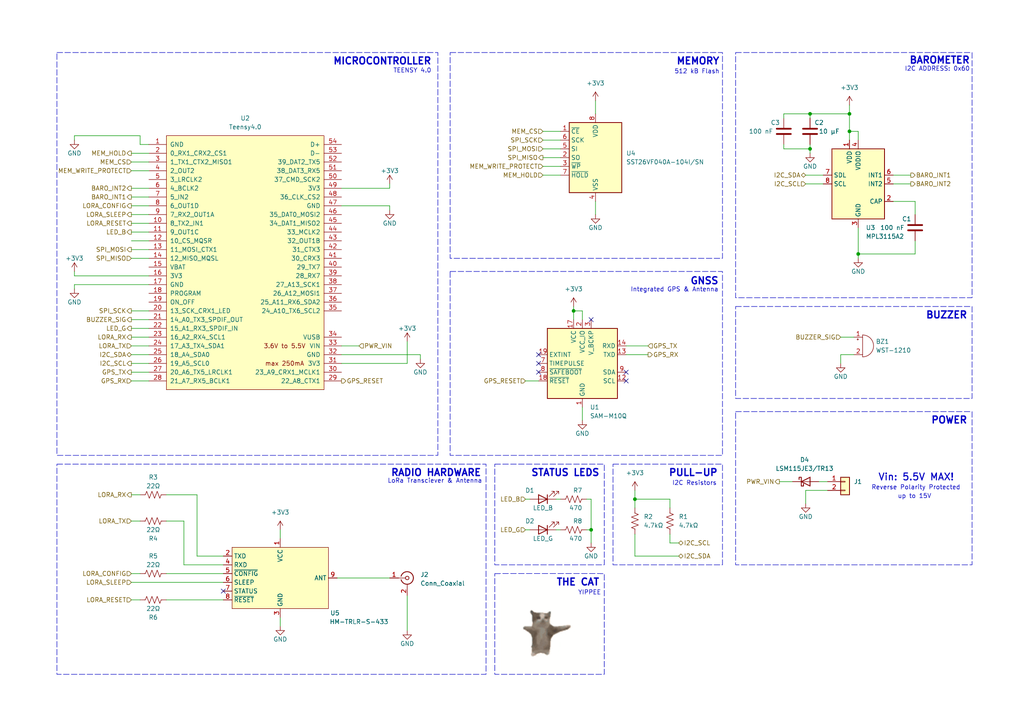
<source format=kicad_sch>
(kicad_sch (version 20231120) (generator "eeschema") (generator_version "8.0")
  (paper "A4")
  (title_block (title "YIPPEE Rocketry Flight Tracker") (rev "1.0A") (company "Michael Karpov & Thomas McManamen") (comment 1 "YIPPEE - Your Integrated Positioning and Precision Elevation Engine"))
  (lib_symbols
    (symbol "Connector:Conn_Coaxial" (pin_names (offset 1.016) hide)
      (property "Reference" "J" (at 0.254 3.048 0))
      (property "Value" "Conn_Coaxial" (at 2.921 0 90))
      (symbol "Conn_Coaxial_0_1"
        (arc (start -1.778 -0.508) (mid 0.2311 -1.8066) (end 1.778 0) (stroke (width 0.254)))
        (polyline (pts (xy -2.54 0) (xy -0.508 0)))
        (polyline (pts (xy 0 -2.54) (xy 0 -1.778)))
        (circle (center 0 0) (radius 0.508) (stroke (width 0.2032)))
        (arc (start 1.778 0) (mid 0.2099 1.8101) (end -1.778 0.508) (stroke (width 0.254)))
      )
      (symbol "Conn_Coaxial_1_1"
        (pin passive line (at -5.08 0 0) (length 2.54) (name "In") (number "1"))
        (pin passive line (at 0 -5.08 90) (length 2.54) (name "Ext") (number "2"))
      )
    )
    (symbol "Connector_Generic:Conn_01x02" (pin_names (offset 1.016) hide)
      (property "Reference" "J" (at 0 2.54 0))
      (property "Value" "Conn_01x02" (at 0 -5.08 0))
      (symbol "Conn_01x02_1_1"
        (rectangle (start -1.27 -2.413) (end 0 -2.667) (stroke (width 0.1524)))
        (rectangle (start -1.27 0.127) (end 0 -0.127) (stroke (width 0.1524)))
        (rectangle (start -1.27 1.27) (end 1.27 -3.81) (stroke (width 0.254)) (fill (type background)))
        (pin passive line (at -5.08 0 0) (length 3.81) (name "Pin_1") (number "1"))
        (pin passive line (at -5.08 -2.54 0) (length 3.81) (name "Pin_2") (number "2"))
      )
    )
    (symbol "Device:Buzzer" (pin_names (offset 0.0254) hide)
      (property "Reference" "BZ" (at 3.81 1.27 0))
      (property "Value" "Buzzer" (at 3.81 -1.27 0))
      (symbol "Buzzer_0_1"
        (arc (start 0 -3.175) (mid 3.1612 0) (end 0 3.175))
        (polyline (pts (xy -1.651 1.905) (xy -1.143 1.905)))
        (polyline (pts (xy -1.397 2.159) (xy -1.397 1.651)))
        (polyline (pts (xy 0 3.175) (xy 0 -3.175)))
      )
      (symbol "Buzzer_1_1"
        (pin passive line (at -2.54 2.54 0) (length 2.54) (name "-") (number "1"))
        (pin passive line (at -2.54 -2.54 0) (length 2.54) (name "+") (number "2"))
      )
    )
    (symbol "Device:C" (pin_numbers hide) (pin_names (offset 0.254))
      (property "Reference" "C" (at 0.635 2.54 0))
      (property "Value" "C" (at 0.635 -2.54 0))
      (symbol "C_0_1"
        (polyline (pts (xy -2.032 -0.762) (xy 2.032 -0.762)) (stroke (width 0.508)))
        (polyline (pts (xy -2.032 0.762) (xy 2.032 0.762)) (stroke (width 0.508)))
      )
      (symbol "C_1_1"
        (pin passive line (at 0 3.81 270) (length 2.794) (name "~") (number "1"))
        (pin passive line (at 0 -3.81 90) (length 2.794) (name "~") (number "2"))
      )
    )
    (symbol "Device:D_Schottky" (pin_numbers hide) (pin_names (offset 1.016) hide)
      (property "Reference" "D" (at 0 2.54 0))
      (property "Value" "D_Schottky" (at 0 -2.54 0))
      (symbol "D_Schottky_0_1"
        (polyline (pts (xy 1.27 0) (xy -1.27 0)))
        (polyline (pts (xy 1.27 1.27) (xy 1.27 -1.27) (xy -1.27 0) (xy 1.27 1.27)) (stroke (width 0.254)))
        (polyline (pts (xy -1.905 0.635) (xy -1.905 1.27) (xy -1.27 1.27) (xy -1.27 -1.27) (xy -0.635 -1.27) (xy -0.635 -0.635)) (stroke (width 0.254)))
      )
      (symbol "D_Schottky_1_1"
        (pin passive line (at -3.81 0 0) (length 2.54) (name "K") (number "1"))
        (pin passive line (at 3.81 0 180) (length 2.54) (name "A") (number "2"))
      )
    )
    (symbol "Device:LED" (pin_numbers hide) (pin_names (offset 1.016) hide)
      (property "Reference" "D" (at 0 2.54 0))
      (property "Value" "LED" (at 0 -2.54 0))
      (symbol "LED_0_1"
        (polyline (pts (xy -1.27 -1.27) (xy -1.27 1.27)) (stroke (width 0.254)))
        (polyline (pts (xy -1.27 0) (xy 1.27 0)))
        (polyline (pts (xy 1.27 -1.27) (xy 1.27 1.27) (xy -1.27 0) (xy 1.27 -1.27)) (stroke (width 0.254)))
        (polyline (pts (xy -3.048 -0.762) (xy -4.572 -2.286) (xy -3.81 -2.286) (xy -4.572 -2.286) (xy -4.572 -1.524)))
        (polyline (pts (xy -1.778 -0.762) (xy -3.302 -2.286) (xy -2.54 -2.286) (xy -3.302 -2.286) (xy -3.302 -1.524)))
      )
      (symbol "LED_1_1"
        (pin passive line (at -3.81 0 0) (length 2.54) (name "K") (number "1"))
        (pin passive line (at 3.81 0 180) (length 2.54) (name "A") (number "2"))
      )
    )
    (symbol "Device:R_US" (pin_numbers hide) (pin_names (offset 0))
      (property "Reference" "R" (at 2.54 0 90))
      (property "Value" "R_US" (at -2.54 0 90))
      (symbol "R_US_0_1"
        (polyline (pts (xy 0 -2.286) (xy 0 -2.54)))
        (polyline (pts (xy 0 2.286) (xy 0 2.54)))
        (polyline (pts (xy 0 -0.762) (xy 1.016 -1.143) (xy 0 -1.524) (xy -1.016 -1.905) (xy 0 -2.286)))
        (polyline (pts (xy 0 0.762) (xy 1.016 0.381) (xy 0 0) (xy -1.016 -0.381) (xy 0 -0.762)))
        (polyline (pts (xy 0 2.286) (xy 1.016 1.905) (xy 0 1.524) (xy -1.016 1.143) (xy 0 0.762)))
      )
      (symbol "R_US_1_1"
        (pin passive line (at 0 3.81 270) (length 1.27) (name "~") (number "1"))
        (pin passive line (at 0 -3.81 90) (length 1.27) (name "~") (number "2"))
      )
    )
    (symbol "MCU_Teensy:Teensy4.0" (pin_names (offset 1.016))
      (property "Reference" "U" (at -22.225 38.1 0))
      (property "Value" "Teensy4.0" (at 18.415 38.1 0))
      (symbol "Teensy4.0_0_0"
        (text "3.6V to 5.5V" (at 11.43 -24.13 0) (effects (font (size 1.27 1.27))))
        (text "max 250mA" (at 11.43 -29.21 0) (effects (font (size 1.27 1.27))))
        (pin bidirectional line (at -27.94 11.43 0) (length 5.08) (name "8_TX2_IN1") (number "10"))
        (pin bidirectional line (at -27.94 8.89 0) (length 5.08) (name "9_OUT1C") (number "11"))
        (pin bidirectional line (at -27.94 6.35 0) (length 5.08) (name "10_CS_MQSR") (number "12"))
        (pin bidirectional line (at -27.94 3.81 0) (length 5.08) (name "11_MOSI_CTX1") (number "13"))
        (pin bidirectional line (at -27.94 1.27 0) (length 5.08) (name "12_MISO_MQSL") (number "14"))
        (pin power_in line (at -27.94 -1.27 0) (length 5.08) (name "VBAT") (number "15"))
        (pin power_in line (at -27.94 -3.81 0) (length 5.08) (name "3V3") (number "16"))
        (pin power_in line (at -27.94 -6.35 0) (length 5.08) (name "GND") (number "17"))
        (pin input line (at -27.94 -8.89 0) (length 5.08) (name "PROGRAM") (number "18"))
        (pin input line (at -27.94 -11.43 0) (length 5.08) (name "ON_OFF") (number "19"))
        (pin bidirectional line (at -27.94 -13.97 0) (length 5.08) (name "13_SCK_CRX1_LED") (number "20"))
        (pin bidirectional line (at -27.94 -16.51 0) (length 5.08) (name "14_A0_TX3_SPDIF_OUT") (number "21"))
        (pin bidirectional line (at -27.94 -19.05 0) (length 5.08) (name "15_A1_RX3_SPDIF_IN") (number "22"))
        (pin bidirectional line (at -27.94 -21.59 0) (length 5.08) (name "16_A2_RX4_SCL1") (number "23"))
        (pin bidirectional line (at -27.94 -24.13 0) (length 5.08) (name "17_A3_TX4_SDA1") (number "24"))
        (pin bidirectional line (at -27.94 -26.67 0) (length 5.08) (name "18_A4_SDA0") (number "25"))
        (pin bidirectional line (at -27.94 -29.21 0) (length 5.08) (name "19_A5_SCL0") (number "26"))
        (pin bidirectional line (at -27.94 -31.75 0) (length 5.08) (name "20_A6_TX5_LRCLK1") (number "27"))
        (pin bidirectional line (at -27.94 -34.29 0) (length 5.08) (name "21_A7_RX5_BCLK1") (number "28"))
        (pin bidirectional line (at 27.94 -34.29 180) (length 5.08) (name "22_A8_CTX1") (number "29"))
        (pin bidirectional line (at 27.94 -31.75 180) (length 5.08) (name "23_A9_CRX1_MCLK1") (number "30"))
        (pin power_out line (at 27.94 -29.21 180) (length 5.08) (name "3V3") (number "31"))
        (pin power_in line (at 27.94 -26.67 180) (length 5.08) (name "GND") (number "32"))
        (pin power_in line (at 27.94 -24.13 180) (length 5.08) (name "VIN") (number "33"))
        (pin power_out line (at 27.94 -21.59 180) (length 5.08) (name "VUSB") (number "34"))
        (pin bidirectional line (at 27.94 -13.97 180) (length 5.08) (name "24_A10_TX6_SCL2") (number "35"))
        (pin bidirectional line (at 27.94 -11.43 180) (length 5.08) (name "25_A11_RX6_SDA2") (number "36"))
        (pin bidirectional line (at 27.94 -8.89 180) (length 5.08) (name "26_A12_MOSI1") (number "37"))
        (pin bidirectional line (at 27.94 -6.35 180) (length 5.08) (name "27_A13_SCK1") (number "38"))
        (pin bidirectional line (at 27.94 -3.81 180) (length 5.08) (name "28_RX7") (number "39"))
        (pin bidirectional line (at 27.94 -1.27 180) (length 5.08) (name "29_TX7") (number "40"))
        (pin bidirectional line (at 27.94 1.27 180) (length 5.08) (name "30_CRX3") (number "41"))
        (pin bidirectional line (at 27.94 3.81 180) (length 5.08) (name "31_CTX3") (number "42"))
        (pin bidirectional line (at 27.94 6.35 180) (length 5.08) (name "32_OUT1B") (number "43"))
        (pin bidirectional line (at 27.94 8.89 180) (length 5.08) (name "33_MCLK2") (number "44"))
        (pin bidirectional line (at 27.94 11.43 180) (length 5.08) (name "34_DAT1_MISO2") (number "45"))
        (pin bidirectional line (at 27.94 13.97 180) (length 5.08) (name "35_DAT0_MOSI2") (number "46"))
        (pin power_out line (at 27.94 16.51 180) (length 5.08) (name "GND") (number "47"))
        (pin bidirectional line (at 27.94 19.05 180) (length 5.08) (name "36_CLK_CS2") (number "48"))
        (pin power_out line (at 27.94 21.59 180) (length 5.08) (name "3V3") (number "49"))
        (pin bidirectional line (at -27.94 24.13 0) (length 5.08) (name "3_LRCLK2") (number "5"))
        (pin bidirectional line (at 27.94 24.13 180) (length 5.08) (name "37_CMD_SCK2") (number "50"))
        (pin bidirectional line (at 27.94 26.67 180) (length 5.08) (name "38_DAT3_RX5") (number "51"))
        (pin bidirectional line (at 27.94 29.21 180) (length 5.08) (name "39_DAT2_TX5") (number "52"))
        (pin bidirectional line (at 27.94 31.75 180) (length 5.08) (name "D-") (number "53"))
        (pin bidirectional line (at 27.94 34.29 180) (length 5.08) (name "D+") (number "54"))
        (pin bidirectional line (at -27.94 21.59 0) (length 5.08) (name "4_BCLK2") (number "6"))
        (pin bidirectional line (at -27.94 19.05 0) (length 5.08) (name "5_IN2") (number "7"))
        (pin bidirectional line (at -27.94 16.51 0) (length 5.08) (name "6_OUT1D") (number "8"))
        (pin bidirectional line (at -27.94 13.97 0) (length 5.08) (name "7_RX2_OUT1A") (number "9"))
      )
      (symbol "Teensy4.0_0_1"
        (rectangle (start -22.86 36.83) (end 22.86 -36.83) (fill (type background)))
        (rectangle (start -20.32 -31.75) (end -20.32 -31.75))
      )
      (symbol "Teensy4.0_1_1"
        (pin power_in line (at -27.94 34.29 0) (length 5.08) (name "GND") (number "1"))
        (pin bidirectional line (at -27.94 31.75 0) (length 5.08) (name "0_RX1_CRX2_CS1") (number "2"))
        (pin bidirectional line (at -27.94 29.21 0) (length 5.08) (name "1_TX1_CTX2_MISO1") (number "3"))
        (pin bidirectional line (at -27.94 26.67 0) (length 5.08) (name "2_OUT2") (number "4"))
      )
    )
    (symbol "Memory_Flash:SST25VF080B-50-4x-S2Ax"
      (property "Reference" "U4" (at 8.89 1.27 0))
      (property "Value" "SST26VF040A-104I/SN" (at 8.89 -1.27 0))
      (symbol "SST25VF080B-50-4x-S2Ax_0_1"
        (rectangle (start -7.62 10.16) (end 7.62 -10.16) (stroke (width 0.254)) (fill (type background)))
      )
      (symbol "SST25VF080B-50-4x-S2Ax_1_1"
        (pin input line (at -10.16 7.62 0) (length 2.54) (name "~{CE}") (number "1"))
        (pin output line (at -10.16 0 0) (length 2.54) (name "SO") (number "2"))
        (pin input line (at -10.16 -2.54 0) (length 2.54) (name "~{WP}") (number "3"))
        (pin power_in line (at 0 -12.7 90) (length 2.54) (name "VSS") (number "4"))
        (pin input line (at -10.16 2.54 0) (length 2.54) (name "SI") (number "5"))
        (pin input line (at -10.16 5.08 0) (length 2.54) (name "SCK") (number "6"))
        (pin input line (at -10.16 -5.08 0) (length 2.54) (name "~{HOLD}") (number "7"))
        (pin power_in line (at 0 12.7 270) (length 2.54) (name "VDD") (number "8"))
      )
    )
    (symbol "RF_GPS:SAM-M8Q"
      (property "Reference" "U" (at -8.89 11.43 0))
      (property "Value" "SAM-M8Q" (at 8.89 11.43 0))
      (symbol "SAM-M8Q_0_1"
        (rectangle (start -10.16 10.16) (end 10.16 -10.16) (stroke (width 0.254)) (fill (type background)))
      )
      (symbol "SAM-M8Q_1_1"
        (pin power_in line (at 0 -12.7 90) (length 2.54) (name "GND") (number "1"))
        (pin passive line (at 0 -12.7 90) (length 2.54) hide (name "GND") (number "10"))
        (pin passive line (at 0 -12.7 90) (length 2.54) hide (name "GND") (number "11"))
        (pin input line (at 12.7 -5.08 180) (length 2.54) (name "SCL") (number "12"))
        (pin output line (at 12.7 2.54 180) (length 2.54) (name "TXD") (number "13"))
        (pin input line (at 12.7 5.08 180) (length 2.54) (name "RXD") (number "14"))
        (pin passive line (at 0 -12.7 90) (length 2.54) hide (name "GND") (number "15"))
        (pin passive line (at 0 -12.7 90) (length 2.54) hide (name "GND") (number "16"))
        (pin power_in line (at -2.54 12.7 270) (length 2.54) (name "VCC") (number "17"))
        (pin input line (at -12.7 -5.08 0) (length 2.54) (name "~{RESET}") (number "18"))
        (pin input line (at -12.7 2.54 0) (length 2.54) (name "EXTINT") (number "19"))
        (pin power_in line (at 0 12.7 270) (length 2.54) (name "VCC_IO") (number "2"))
        (pin passive line (at 0 -12.7 90) (length 2.54) hide (name "GND") (number "20"))
        (pin power_in line (at 2.54 12.7 270) (length 2.54) (name "V_BCKP") (number "3"))
        (pin passive line (at 0 -12.7 90) (length 2.54) hide (name "GND") (number "4"))
        (pin passive line (at 0 -12.7 90) (length 2.54) hide (name "GND") (number "5"))
        (pin passive line (at 0 -12.7 90) (length 2.54) hide (name "GND") (number "6"))
        (pin output line (at -12.7 0 0) (length 2.54) (name "TIMEPULSE") (number "7"))
        (pin input line (at -12.7 -2.54 0) (length 2.54) (name "~{SAFEBOOT}") (number "8"))
        (pin bidirectional line (at 12.7 -2.54 180) (length 2.54) (name "SDA") (number "9"))
      )
    )
    (symbol "RF_Module_Hope:HM-TRLR-S-xxx"
      (property "Reference" "U" (at 12.7 -11.43 0))
      (property "Value" "HM-TRLR-S-xxx" (at 20.32 -13.97 0))
      (symbol "HM-TRLR-S-xxx_1_0"
        (pin power_in line (at 0 11.43 270) (length 2.54) (name "VCC") (number "1"))
        (pin passive line (at 0 -11.43 90) (length 2.54) hide (name "GND") (number "10"))
        (pin output line (at -16.51 6.35 0) (length 2.54) (name "TXD") (number "2"))
        (pin power_in line (at 0 -11.43 90) (length 2.54) (name "GND") (number "3"))
        (pin input line (at -16.51 3.81 0) (length 2.54) (name "RXD") (number "4"))
        (pin input line (at -16.51 1.27 0) (length 2.54) (name "~{CONFIG}") (number "5"))
        (pin input line (at -16.51 -1.27 0) (length 2.54) (name "SLEEP") (number "6"))
        (pin input line (at -16.51 -3.81 0) (length 2.54) (name "STATUS") (number "7"))
        (pin input line (at -16.51 -6.35 0) (length 2.54) (name "~{RESET}") (number "8"))
        (pin bidirectional line (at 16.51 0 180) (length 2.54) (name "ANT") (number "9"))
      )
      (symbol "HM-TRLR-S-xxx_1_1"
        (rectangle (start -13.97 8.89) (end 13.97 -8.89) (fill (type background)))
      )
    )
    (symbol "Sensor_Pressure:MPL3115A2"
      (property "Reference" "U" (at -6.35 11.43 0))
      (property "Value" "MPL3115A2" (at 6.35 11.43 0))
      (symbol "MPL3115A2_0_1"
        (rectangle (start 7.62 10.16) (end -7.62 -10.16) (stroke (width 0.254)) (fill (type background)))
      )
      (symbol "MPL3115A2_1_1"
        (pin power_in line (at -2.54 12.7 270) (length 2.54) (name "VDD") (number "1"))
        (pin passive line (at 10.16 -5.08 180) (length 2.54) (name "CAP") (number "2"))
        (pin power_in line (at 0 -12.7 90) (length 2.54) (name "GND") (number "3"))
        (pin power_in line (at 0 12.7 270) (length 2.54) (name "VDDIO") (number "4"))
        (pin open_collector line (at 10.16 0 180) (length 2.54) (name "INT2") (number "5"))
        (pin open_collector line (at 10.16 2.54 180) (length 2.54) (name "INT1") (number "6"))
        (pin bidirectional line (at -10.16 2.54 0) (length 2.54) (name "SDL") (number "7"))
        (pin input line (at -10.16 0 0) (length 2.54) (name "SCL") (number "8"))
      )
    )
    (symbol "power:+3V3" (power) (pin_names (offset 0))
      (property "Value" "+3V3" (at 0 3.556 0))
      (symbol "+3V3_0_1"
        (polyline (pts (xy -0.762 1.27) (xy 0 2.54)))
        (polyline (pts (xy 0 0) (xy 0 2.54)))
        (polyline (pts (xy 0 2.54) (xy 0.762 1.27)))
      )
      (symbol "+3V3_1_1"
        (pin power_in line (at 0 0 90) (length 0) hide (name "+3V3") (number "1"))
      )
    )
    (symbol "power:GND" (power) (pin_names (offset 0))
      (property "Value" "GND" (at 0 -3.81 0))
      (symbol "GND_0_1"
        (polyline (pts (xy 0 0) (xy 0 -1.27) (xy 1.27 -1.27) (xy 0 -2.54) (xy -1.27 -1.27) (xy 0 -1.27)))
      )
      (symbol "GND_1_1"
        (pin power_in line (at 0 0 270) (length 0) hide (name "GND") (number "1"))
      )
    )
  )
  (junction (at 246.38 38.1))
  (junction (at 234.95 33.02))
  (junction (at 166.37 90.17))
  (junction (at 248.92 73.66))
  (junction (at 234.95 43.18))
  (junction (at 246.38 33.02))
  (junction (at 184.15 144.78))
  (junction (at 171.45 153.67))
  (no_connect (at 156.21 102.87))
  (no_connect (at 181.61 110.49))
  (no_connect (at 64.77 171.45))
  (no_connect (at 156.21 105.41))
  (no_connect (at 171.45 92.71))
  (no_connect (at 181.61 107.95))
  (no_connect (at 156.21 107.95))
  (wire (pts (xy 157.48 40.64) (xy 162.56 40.64)))
  (wire (pts (xy 157.48 48.26) (xy 162.56 48.26)))
  (wire (pts (xy 113.03 59.69) (xy 113.03 60.96)))
  (wire (pts (xy 38.1 173.99) (xy 40.64 173.99)))
  (wire (pts (xy 166.37 88.9) (xy 166.37 90.17)))
  (wire (pts (xy 227.33 41.91) (xy 227.33 43.18)))
  (wire (pts (xy 248.92 40.64) (xy 248.92 38.1)))
  (wire (pts (xy 240.03 142.24) (xy 233.68 142.24)))
  (wire (pts (xy 248.92 74.93) (xy 248.92 73.66)))
  (wire (pts (xy 38.1 74.93) (xy 43.18 74.93)))
  (wire (pts (xy 259.08 58.42) (xy 265.43 58.42)))
  (wire (pts (xy 171.45 144.78) (xy 171.45 153.67)))
  (wire (pts (xy 38.1 151.13) (xy 40.64 151.13)))
  (wire (pts (xy 38.1 168.91) (xy 64.77 168.91)))
  (wire (pts (xy 157.48 43.18) (xy 162.56 43.18)))
  (wire (pts (xy 194.31 147.32) (xy 194.31 144.78)))
  (wire (pts (xy 81.28 179.07) (xy 81.28 181.61)))
  (wire (pts (xy 81.28 153.67) (xy 81.28 156.21)))
  (wire (pts (xy 38.1 67.31) (xy 43.18 67.31)))
  (wire (pts (xy 21.59 80.01) (xy 21.59 78.74)))
  (wire (pts (xy 43.18 82.55) (xy 21.59 82.55)))
  (wire (pts (xy 99.06 105.41) (xy 118.11 105.41)))
  (wire (pts (xy 38.1 46.99) (xy 43.18 46.99)))
  (wire (pts (xy 246.38 38.1) (xy 246.38 40.64)))
  (wire (pts (xy 40.64 39.37) (xy 21.59 39.37)))
  (wire (pts (xy 48.26 173.99) (xy 64.77 173.99)))
  (wire (pts (xy 38.1 100.33) (xy 43.18 100.33)))
  (wire (pts (xy 184.15 144.78) (xy 184.15 147.32)))
  (wire (pts (xy 118.11 105.41) (xy 118.11 99.06)))
  (wire (pts (xy 168.91 92.71) (xy 168.91 90.17)))
  (wire (pts (xy 259.08 50.8) (xy 264.16 50.8)))
  (wire (pts (xy 247.65 102.87) (xy 243.84 102.87)))
  (wire (pts (xy 246.38 38.1) (xy 248.92 38.1)))
  (wire (pts (xy 243.84 97.79) (xy 247.65 97.79)))
  (wire (pts (xy 152.4 153.67) (xy 153.67 153.67)))
  (wire (pts (xy 168.91 90.17) (xy 166.37 90.17)))
  (wire (pts (xy 38.1 62.23) (xy 43.18 62.23)))
  (wire (pts (xy 161.29 153.67) (xy 162.56 153.67)))
  (wire (pts (xy 38.1 72.39) (xy 43.18 72.39)))
  (wire (pts (xy 118.11 172.72) (xy 118.11 182.88)))
  (wire (pts (xy 53.34 151.13) (xy 53.34 163.83)))
  (wire (pts (xy 181.61 102.87) (xy 187.96 102.87)))
  (wire (pts (xy 21.59 39.37) (xy 21.59 40.64)))
  (wire (pts (xy 168.91 118.11) (xy 168.91 121.92)))
  (wire (pts (xy 38.1 90.17) (xy 43.18 90.17)))
  (wire (pts (xy 38.1 69.85) (xy 43.18 69.85)))
  (wire (pts (xy 38.1 166.37) (xy 40.64 166.37)))
  (wire (pts (xy 194.31 157.48) (xy 194.31 154.94)))
  (wire (pts (xy 234.95 43.18) (xy 234.95 44.45)))
  (wire (pts (xy 246.38 30.48) (xy 246.38 33.02)))
  (wire (pts (xy 227.33 33.02) (xy 234.95 33.02)))
  (wire (pts (xy 38.1 95.25) (xy 43.18 95.25)))
  (wire (pts (xy 40.64 41.91) (xy 43.18 41.91)))
  (wire (pts (xy 38.1 97.79) (xy 43.18 97.79)))
  (wire (pts (xy 38.1 54.61) (xy 43.18 54.61)))
  (wire (pts (xy 226.06 139.7) (xy 229.87 139.7)))
  (wire (pts (xy 99.06 59.69) (xy 113.03 59.69)))
  (wire (pts (xy 157.48 50.8) (xy 162.56 50.8)))
  (wire (pts (xy 265.43 58.42) (xy 265.43 62.23)))
  (wire (pts (xy 99.06 54.61) (xy 113.03 54.61)))
  (wire (pts (xy 194.31 144.78) (xy 184.15 144.78)))
  (wire (pts (xy 157.48 38.1) (xy 162.56 38.1)))
  (wire (pts (xy 237.49 139.7) (xy 240.03 139.7)))
  (wire (pts (xy 57.15 161.29) (xy 64.77 161.29)))
  (wire (pts (xy 157.48 45.72) (xy 162.56 45.72)))
  (wire (pts (xy 152.4 110.49) (xy 156.21 110.49)))
  (wire (pts (xy 121.92 102.87) (xy 121.92 104.14)))
  (wire (pts (xy 233.68 142.24) (xy 233.68 146.05)))
  (wire (pts (xy 57.15 143.51) (xy 57.15 161.29)))
  (wire (pts (xy 181.61 100.33) (xy 187.96 100.33)))
  (wire (pts (xy 161.29 144.78) (xy 162.56 144.78)))
  (wire (pts (xy 171.45 153.67) (xy 171.45 157.48)))
  (wire (pts (xy 172.72 58.42) (xy 172.72 62.23)))
  (wire (pts (xy 233.68 50.8) (xy 238.76 50.8)))
  (wire (pts (xy 234.95 41.91) (xy 234.95 43.18)))
  (wire (pts (xy 170.18 144.78) (xy 171.45 144.78)))
  (wire (pts (xy 38.1 143.51) (xy 40.64 143.51)))
  (wire (pts (xy 38.1 57.15) (xy 43.18 57.15)))
  (wire (pts (xy 184.15 161.29) (xy 184.15 154.94)))
  (wire (pts (xy 170.18 153.67) (xy 171.45 153.67)))
  (wire (pts (xy 265.43 69.85) (xy 265.43 73.66)))
  (wire (pts (xy 113.03 54.61) (xy 113.03 53.34)))
  (wire (pts (xy 152.4 144.78) (xy 153.67 144.78)))
  (wire (pts (xy 53.34 163.83) (xy 64.77 163.83)))
  (wire (pts (xy 40.64 39.37) (xy 40.64 41.91)))
  (wire (pts (xy 38.1 64.77) (xy 43.18 64.77)))
  (wire (pts (xy 38.1 102.87) (xy 43.18 102.87)))
  (wire (pts (xy 172.72 29.21) (xy 172.72 33.02)))
  (wire (pts (xy 184.15 142.24) (xy 184.15 144.78)))
  (wire (pts (xy 53.34 151.13) (xy 48.26 151.13)))
  (wire (pts (xy 196.85 157.48) (xy 194.31 157.48)))
  (wire (pts (xy 57.15 143.51) (xy 48.26 143.51)))
  (wire (pts (xy 265.43 73.66) (xy 248.92 73.66)))
  (wire (pts (xy 243.84 102.87) (xy 243.84 105.41)))
  (wire (pts (xy 38.1 110.49) (xy 43.18 110.49)))
  (wire (pts (xy 99.06 100.33) (xy 104.14 100.33)))
  (wire (pts (xy 246.38 33.02) (xy 246.38 38.1)))
  (wire (pts (xy 234.95 34.29) (xy 234.95 33.02)))
  (wire (pts (xy 38.1 107.95) (xy 43.18 107.95)))
  (wire (pts (xy 38.1 59.69) (xy 43.18 59.69)))
  (wire (pts (xy 196.85 161.29) (xy 184.15 161.29)))
  (wire (pts (xy 38.1 44.45) (xy 43.18 44.45)))
  (wire (pts (xy 234.95 43.18) (xy 227.33 43.18)))
  (wire (pts (xy 43.18 80.01) (xy 21.59 80.01)))
  (wire (pts (xy 38.1 92.71) (xy 43.18 92.71)))
  (wire (pts (xy 259.08 53.34) (xy 264.16 53.34)))
  (wire (pts (xy 38.1 105.41) (xy 43.18 105.41)))
  (wire (pts (xy 233.68 53.34) (xy 238.76 53.34)))
  (wire (pts (xy 227.33 34.29) (xy 227.33 33.02)))
  (wire (pts (xy 21.59 82.55) (xy 21.59 83.82)))
  (wire (pts (xy 97.79 167.64) (xy 113.03 167.64)))
  (wire (pts (xy 38.1 49.53) (xy 43.18 49.53)))
  (wire (pts (xy 234.95 33.02) (xy 246.38 33.02)))
  (wire (pts (xy 48.26 166.37) (xy 64.77 166.37)))
  (wire (pts (xy 99.06 102.87) (xy 121.92 102.87)))
  (wire (pts (xy 166.37 90.17) (xy 166.37 92.71)))
  (wire (pts (xy 248.92 73.66) (xy 248.92 66.04)))
  (rectangle (start 143.51 134.62) (end 175.26 163.83) (stroke (width 0) (type dash)))
  (rectangle (start 213.36 88.9) (end 281.94 115.57) (stroke (width 0) (type dash)))
  (rectangle (start 130.556 78.74) (end 209.55 132.08) (stroke (width 0) (type dash)))
  (rectangle (start 177.8 134.62) (end 209.55 163.83) (stroke (width 0) (type dash)))
  (rectangle (start 143.51 166.37) (end 175.26 195.58) (stroke (width 0) (type dash)))
  (rectangle (start 213.36 15.24) (end 281.94 86.36) (stroke (width 0) (type dash)))
  (rectangle (start 16.51 134.62) (end 140.97 195.58) (stroke (width 0) (type dash)))
  (rectangle (start 213.36 119.38) (end 281.94 163.83) (stroke (width 0) (type dash)))
  (rectangle (start 16.51 15.24) (end 127 132.08) (stroke (width 0) (type dash)))
  (rectangle (start 130.556 15.24) (end 209.55 74.93) (stroke (width 0) (type dash)))
  (image (at 159.512 181.102) (scale 1.58187))
  (text "BAROMETER" (at 263.652 18.796 0) (effects (font (size 2 2) (thickness 0.4) (bold yes)) (justify left bottom)))
  (text "Vin: 5.5V MAX!" (at 254.635 139.7 0) (effects (font (size 2 2) (thickness 0.3) (bold yes)) (justify left bottom)))
  (text "Reverse Polarity Protected" (at 252.73 142.24 0) (effects (font (size 1.27 1.27)) (justify left bottom)))
  (text "POWER" (at 280.67 123.19 0) (effects (font (size 2 2) (thickness 0.4) (bold yes)) (justify right bottom)))
  (text "I2C ADDRESS: 0x60" (at 262.382 20.828 0) (effects (font (size 1.27 1.27)) (justify left bottom)))
  (text "TEENSY 4.0" (at 114.046 21.336 0) (effects (font (size 1.27 1.27)) (justify left bottom)))
  (text "RADIO HARDWARE" (at 139.7 138.43 0) (effects (font (size 2 2) (thickness 0.4) (bold yes)) (justify right bottom)))
  (text "THE CAT" (at 173.99 170.18 0) (effects (font (size 2 2) (thickness 0.4) (bold yes)) (justify right bottom)))
  (text "MEMORY" (at 196.088 19.05 0) (effects (font (size 2 2) (thickness 0.4) (bold yes)) (justify left bottom)))
  (text "up to 15V" (at 260.35 144.78 0) (effects (font (size 1.27 1.27)) (justify left bottom)))
  (text "PULL-UP\n" (at 208.28 138.43 0) (effects (font (size 2 2) (thickness 0.4) (bold yes)) (justify right bottom)))
  (text "STATUS LEDS" (at 173.99 138.43 0) (effects (font (size 2 2) (thickness 0.4) (bold yes)) (justify right bottom)))
  (text "GNSS" (at 208.534 82.804 0) (effects (font (size 2 2) (thickness 0.4) (bold yes)) (justify right bottom)))
  (text "512 kB Flash" (at 195.58 21.59 0) (effects (font (size 1.27 1.27)) (justify left bottom)))
  (text "LoRa Transciever & Antenna" (at 112.395 140.335 0) (effects (font (size 1.27 1.27)) (justify left bottom)))
  (text "YIPPEE" (at 167.64 172.72 0) (effects (font (size 1.27 1.27)) (justify left bottom)))
  (text "I2C Resistors" (at 194.945 140.97 0) (effects (font (size 1.27 1.27)) (justify left bottom)))
  (text "BUZZER" (at 280.67 92.71 0) (effects (font (size 2 2) (thickness 0.4) (bold yes)) (justify right bottom)))
  (text "MICROCONTROLLER" (at 96.52 19.05 0) (effects (font (size 2 2) (thickness 0.4) (bold yes)) (justify left bottom)))
  (text "Integrated GPS & Antenna" (at 182.88 84.836 0) (effects (font (size 1.27 1.27)) (justify left bottom)))
  (hierarchical_label "BARO_INT1" (shape output) (at 38.1 57.15 180))
  (hierarchical_label "LORA_RESET" (shape output) (at 38.1 64.77 180))
  (hierarchical_label "LED_B" (shape input) (at 152.4 144.78 180))
  (hierarchical_label "MEM_WRITE_PROTECT" (shape input) (at 157.48 48.26 180))
  (hierarchical_label "LORA_CONFIG" (shape output) (at 38.1 59.69 180))
  (hierarchical_label "LORA_RX" (shape output) (at 38.1 97.79 180))
  (hierarchical_label "I2C_SDA" (shape bidirectional) (at 38.1 102.87 180))
  (hierarchical_label "GPS_TX" (shape output) (at 38.1 107.95 180))
  (hierarchical_label "GPS_TX" (shape input) (at 187.96 100.33 0))
  (hierarchical_label "MEM_WRITE_PROTECT" (shape input) (at 38.1 49.53 180))
  (hierarchical_label "SPI_MOSI" (shape input) (at 157.48 43.18 180))
  (hierarchical_label "LORA_TX" (shape input) (at 38.1 100.33 180))
  (hierarchical_label "PWR_VIN" (shape input) (at 104.14 100.33 0))
  (hierarchical_label "LED_G" (shape output) (at 38.1 95.25 180))
  (hierarchical_label "MEM_CS" (shape input) (at 157.48 38.1 180))
  (hierarchical_label "SPI_MOSI" (shape output) (at 38.1 72.39 180))
  (hierarchical_label "SPI_MISO" (shape input) (at 38.1 74.93 180))
  (hierarchical_label "BARO_INT1" (shape output) (at 264.16 50.8 0))
  (hierarchical_label "I2C_SCL" (shape bidirectional) (at 196.85 157.48 0))
  (hierarchical_label "SPI_SCK" (shape output) (at 38.1 90.17 180))
  (hierarchical_label "MEM_HOLD" (shape output) (at 38.1 44.45 180))
  (hierarchical_label "LORA_RESET" (shape input) (at 38.1 173.99 180))
  (hierarchical_label "LED_G" (shape input) (at 152.4 153.67 180))
  (hierarchical_label "LORA_SLEEP" (shape input) (at 38.1 168.91 180))
  (hierarchical_label "BUZZER_SIG" (shape input) (at 243.84 97.79 180))
  (hierarchical_label "GPS_RESET" (shape output) (at 99.06 110.49 0))
  (hierarchical_label "BARO_INT2" (shape output) (at 264.16 53.34 0))
  (hierarchical_label "MEM_CS" (shape input) (at 38.1 46.99 180))
  (hierarchical_label "MEM_HOLD" (shape input) (at 157.48 50.8 180))
  (hierarchical_label "I2C_SCL" (shape input) (at 233.68 53.34 180))
  (hierarchical_label "BARO_INT2" (shape output) (at 38.1 54.61 180))
  (hierarchical_label "LORA_CONFIG" (shape input) (at 38.1 166.37 180))
  (hierarchical_label "BUZZER_SIG" (shape output) (at 38.1 92.71 180))
  (hierarchical_label "SPI_SCK" (shape input) (at 157.48 40.64 180))
  (hierarchical_label "LED_B" (shape output) (at 38.1 67.31 180))
  (hierarchical_label "GPS_RESET" (shape input) (at 152.4 110.49 180))
  (hierarchical_label "LORA_SLEEP" (shape output) (at 38.1 62.23 180))
  (hierarchical_label "PWR_VIN" (shape output) (at 226.06 139.7 180))
  (hierarchical_label "I2C_SDA" (shape bidirectional) (at 233.68 50.8 180))
  (hierarchical_label "GPS_RX" (shape input) (at 38.1 110.49 180))
  (hierarchical_label "SPI_MISO" (shape output) (at 157.48 45.72 180))
  (hierarchical_label "I2C_SDA" (shape bidirectional) (at 196.85 161.29 0))
  (hierarchical_label "LORA_RX" (shape output) (at 38.1 143.51 180))
  (hierarchical_label "LORA_TX" (shape input) (at 38.1 151.13 180))
  (hierarchical_label "I2C_SCL" (shape output) (at 38.1 105.41 180))
  (hierarchical_label "GPS_RX" (shape output) (at 187.96 102.87 0))
  (symbol (lib_id "power:+3V3") (at 118.11 99.06 0) (unit 1)
    (property "Reference" "#PWR024" (effects (hide yes)))
    (property "Value" "+3V3" (at 118.11 95.25 0))
  )
  (symbol (lib_id "Device:R_US") (at 194.31 151.13 180) (unit 1)
    (property "Reference" "R1" (at 196.85 149.86 0) (effects (justify right)))
    (property "Value" "4.7kΩ" (at 196.85 152.4 0) (effects (justify right)))
    (property "Footprint" "Resistor_SMD:R_0603_1608Metric" (effects (hide yes)))
    (property "Datasheet" "https://www.bourns.com/docs/product-datasheets/cr.pdf?sfvrsn=574d41f6_14" (effects (hide yes)))
  )
  (symbol (lib_id "power:GND") (at 248.92 74.93 0) (unit 1)
    (property "Reference" "#PWR01" (effects (hide yes)))
    (property "Value" "GND" (at 248.92 78.74 0))
  )
  (symbol (lib_id "Device:Buzzer") (at 250.19 100.33 0) (unit 1)
    (property "Reference" "BZ1" (at 254 99.06 0) (effects (justify left)))
    (property "Value" "WST-1210" (at 254 101.6 0) (effects (justify left)))
    (property "Footprint" "Buzzer_Beeper:Buzzer_12x9.5RM7.6" (effects (hide yes)))
    (property "Datasheet" "https://www.soberton.com/wp-content/uploads/2022/03/WST-1210T.pdf" (effects (hide yes)))
  )
  (symbol (lib_id "power:GND") (at 243.84 105.41 0) (unit 1)
    (property "Reference" "#PWR04" (effects (hide yes)))
    (property "Value" "GND" (at 243.84 109.22 0))
  )
  (symbol (lib_id "Device:R_US") (at 44.45 166.37 270) (unit 1)
    (property "Reference" "R5" (at 44.45 161.29 90))
    (property "Value" "22Ω" (at 44.45 163.83 90))
    (property "Footprint" "Resistor_SMD:R_0603_1608Metric" (effects (hide yes)))
    (property "Datasheet" "https://www.bourns.com/docs/product-datasheets/cr.pdf?sfvrsn=574d41f6_14" (effects (hide yes)))
  )
  (symbol (lib_id "MCU_Teensy:Teensy4.0") (at 71.12 76.2 0) (unit 1)
    (property "Reference" "U2" (at 71.12 34.29 0))
    (property "Value" "Teensy4.0" (at 71.12 36.83 0))
    (property "Footprint" "MCU_Teensy:Teensy40" (effects (hide yes)))
    (property "Datasheet" "https://www.pjrc.com/store/teensy40.html" (effects (hide yes)))
  )
  (symbol (lib_id "power:+3V3") (at 246.38 30.48 0) (unit 1)
    (property "Reference" "#PWR02" (effects (hide yes)))
    (property "Value" "+3V3" (at 246.38 25.4 0))
  )
  (symbol (lib_id "Connector_Generic:Conn_01x02") (at 245.11 139.7 0) (unit 1)
    (property "Reference" "J1" (at 247.65 139.7 0) (effects (justify left)))
    (property "Value" "Conn_01x02" (effects (hide yes)))
    (property "Footprint" "Connector_JST:JST_PH_B2B-PH-K_1x02_P2.00mm_Vertical" (effects (hide yes)))
  )
  (symbol (lib_id "Device:R_US") (at 44.45 173.99 270) (unit 1)
    (property "Reference" "R6" (at 44.45 179.07 90))
    (property "Value" "22Ω" (at 44.45 176.53 90))
    (property "Footprint" "Resistor_SMD:R_0603_1608Metric" (effects (hide yes)))
    (property "Datasheet" "https://www.bourns.com/docs/product-datasheets/cr.pdf?sfvrsn=574d41f6_14" (effects (hide yes)))
  )
  (symbol (lib_id "Device:R_US") (at 184.15 151.13 180) (unit 1)
    (property "Reference" "R2" (at 186.69 149.86 0) (effects (justify right)))
    (property "Value" "4.7kΩ" (at 186.69 152.4 0) (effects (justify right)))
    (property "Footprint" "Resistor_SMD:R_0603_1608Metric" (effects (hide yes)))
    (property "Datasheet" "https://www.bourns.com/docs/product-datasheets/cr.pdf?sfvrsn=574d41f6_14" (effects (hide yes)))
  )
  (symbol (lib_id "Device:C") (at 234.95 38.1 0) (unit 1)
    (property "Reference" "C2" (at 236.22 35.56 0) (effects (justify left)))
    (property "Value" "10 μF" (at 237.49 38.1 0) (effects (justify left)))
    (property "Footprint" "Capacitor_SMD:C_0603_1608Metric" (effects (hide yes)))
    (property "Datasheet" "https://mm.digikey.com/Volume0/opasdata/d220001/medias/docus/5411/0603W106M6R3XD.pdf" (effects (hide yes)))
  )
  (symbol (lib_id "Sensor_Pressure:MPL3115A2") (at 248.92 53.34 0) (unit 1)
    (property "Reference" "U3" (at 251.1141 66.04 0) (effects (justify left)))
    (property "Value" "MPL3115A2" (at 251.1141 68.58 0) (effects (justify left)))
    (property "Footprint" "Package_LGA:NXP_LGA-8_3x5mm_P1.25mm_H1.1mm" (effects (hide yes)))
    (property "Datasheet" "https://www.nxp.com/docs/en/data-sheet/MPL3115A2.pdf" (effects (hide yes)))
  )
  (symbol (lib_id "power:GND") (at 121.92 104.14 0) (unit 1)
    (property "Reference" "#PWR015" (effects (hide yes)))
    (property "Value" "GND" (at 121.92 107.95 0))
  )
  (symbol (lib_id "Device:R_US") (at 166.37 153.67 270) (unit 1)
    (property "Reference" "R8" (at 168.91 151.13 90) (effects (justify right)))
    (property "Value" "470" (at 168.91 156.21 90) (effects (justify right)))
    (property "Footprint" "Resistor_SMD:R_0603_1608Metric" (effects (hide yes)))
    (property "Datasheet" "https://www.bourns.com/docs/product-datasheets/cr.pdf?sfvrsn=574d41f6_14" (effects (hide yes)))
  )
  (symbol (lib_id "power:GND") (at 172.72 62.23 0) (unit 1)
    (property "Reference" "#PWR06" (effects (hide yes)))
    (property "Value" "GND" (at 172.72 66.04 0))
  )
  (symbol (lib_id "Device:LED") (at 157.48 153.67 180) (unit 1)
    (property "Reference" "D2" (at 153.67 151.13 0))
    (property "Value" "LED_G" (at 157.48 156.21 0))
    (property "Footprint" "LED_SMD:LED_0603_1608Metric" (effects (hide yes)))
    (property "Datasheet" "https://mm.digikey.com/Volume0/opasdata/d220001/medias/docus/4336/0603GBD0790S01.pdf" (effects (hide yes)))
  )
  (symbol (lib_id "power:+3V3") (at 113.03 53.34 0) (unit 1)
    (property "Reference" "#PWR023" (effects (hide yes)))
    (property "Value" "+3V3" (at 113.03 49.53 0))
  )
  (symbol (lib_id "power:GND") (at 113.03 60.96 0) (unit 1)
    (property "Reference" "#PWR022" (effects (hide yes)))
    (property "Value" "GND" (at 113.03 64.77 0))
  )
  (symbol (lib_id "power:+3V3") (at 81.28 153.67 0) (unit 1)
    (property "Reference" "#PWR016" (effects (hide yes)))
    (property "Value" "+3V3" (at 81.28 148.59 0))
  )
  (symbol (lib_id "power:GND") (at 81.28 181.61 0) (unit 1)
    (property "Reference" "#PWR019" (effects (hide yes)))
    (property "Value" "GND" (at 81.28 185.42 0))
  )
  (symbol (lib_id "power:GND") (at 21.59 83.82 0) (unit 1)
    (property "Reference" "#PWR013" (effects (hide yes)))
    (property "Value" "GND" (at 21.59 87.63 0))
  )
  (symbol (lib_id "RF_GPS:SAM-M8Q") (at 168.91 105.41 0) (unit 1)
    (property "Reference" "U1" (at 171.1041 118.11 0) (effects (justify left)))
    (property "Value" "SAM-M10Q" (at 171.1041 120.65 0) (effects (justify left)))
    (property "Footprint" "RF_GPS:ublox_SAM-M8Q" (effects (hide yes)))
    (property "Datasheet" "https://content.u-blox.com/sites/default/files/documents/SAM-M10Q_DataSheet_UBX-22013293.pdf" (effects (hide yes)))
  )
  (symbol (lib_id "power:+3V3") (at 184.15 142.24 0) (unit 1)
    (property "Reference" "#PWR017" (effects (hide yes)))
    (property "Value" "+3V3" (at 184.15 137.16 0))
  )
  (symbol (lib_id "power:GND") (at 234.95 44.45 0) (unit 1)
    (property "Reference" "#PWR03" (effects (hide yes)))
    (property "Value" "GND" (at 234.95 48.26 0))
  )
  (symbol (lib_id "Device:R_US") (at 44.45 143.51 270) (unit 1)
    (property "Reference" "R3" (at 44.45 138.43 90))
    (property "Value" "22Ω" (at 44.45 140.97 90))
    (property "Footprint" "Resistor_SMD:R_0603_1608Metric" (effects (hide yes)))
    (property "Datasheet" "https://www.bourns.com/docs/product-datasheets/cr.pdf?sfvrsn=574d41f6_14" (effects (hide yes)))
  )
  (symbol (lib_id "power:GND") (at 168.91 121.92 0) (unit 1)
    (property "Reference" "#PWR08" (effects (hide yes)))
    (property "Value" "GND" (at 168.91 125.73 0))
  )
  (symbol (lib_id "power:+3V3") (at 166.37 88.9 0) (unit 1)
    (property "Reference" "#PWR07" (effects (hide yes)))
    (property "Value" "+3V3" (at 166.37 83.82 0))
  )
  (symbol (lib_id "power:+3V3") (at 21.59 78.74 0) (unit 1)
    (property "Reference" "#PWR018" (effects (hide yes)))
    (property "Value" "+3V3" (at 21.59 74.93 0))
  )
  (symbol (lib_id "Device:R_US") (at 44.45 151.13 270) (unit 1)
    (property "Reference" "R4" (at 44.45 156.21 90))
    (property "Value" "22Ω" (at 44.45 153.67 90))
    (property "Footprint" "Resistor_SMD:R_0603_1608Metric" (effects (hide yes)))
    (property "Datasheet" "https://www.bourns.com/docs/product-datasheets/cr.pdf?sfvrsn=574d41f6_14" (effects (hide yes)))
  )
  (symbol (lib_id "Device:C") (at 265.43 66.04 0) (unit 1)
    (property "Reference" "C1" (at 261.62 63.5 0) (effects (justify left)))
    (property "Value" "100 nF" (at 255.27 66.04 0) (effects (justify left)))
    (property "Footprint" "Capacitor_SMD:C_0603_1608Metric" (effects (hide yes)))
    (property "Datasheet" "https://mm.digikey.com/Volume0/opasdata/d220001/medias/docus/4564/0603B104K500XD.pdf" (effects (hide yes)))
  )
  (symbol (lib_id "Device:LED") (at 157.48 144.78 180) (unit 1)
    (property "Reference" "D1" (at 153.67 142.24 0))
    (property "Value" "LED_B" (at 157.48 147.32 0))
    (property "Footprint" "LED_SMD:LED_0603_1608Metric" (effects (hide yes)))
    (property "Datasheet" "https://mm.digikey.com/Volume0/opasdata/d220001/medias/docus/4325/0603BBD0680S01.pdf" (effects (hide yes)))
  )
  (symbol (lib_id "Memory_Flash:SST25VF080B-50-4x-S2Ax") (at 172.72 45.72 0) (unit 1)
    (property "Reference" "U4" (at 181.61 44.45 0) (effects (justify left)))
    (property "Value" "SST26VF040A-104I/SN" (at 181.61 46.99 0) (effects (justify left)))
    (property "Footprint" "Package_SO:SOIC-8_3.9x4.9mm_P1.27mm" (effects (hide yes)))
    (property "Datasheet" "http://ww1.microchip.com/downloads/en/DeviceDoc/20006292A.pdf" (effects (hide yes)))
  )
  (symbol (lib_id "power:GND") (at 233.68 146.05 0) (unit 1)
    (property "Reference" "#PWR09" (effects (hide yes)))
    (property "Value" "GND" (at 233.68 149.86 0))
  )
  (symbol (lib_id "power:GND") (at 21.59 40.64 0) (unit 1)
    (property "Reference" "#PWR012" (effects (hide yes)))
    (property "Value" "GND" (at 21.59 44.45 0))
  )
  (symbol (lib_id "power:+3V3") (at 172.72 29.21 0) (unit 1)
    (property "Reference" "#PWR05" (effects (hide yes)))
    (property "Value" "+3V3" (at 172.72 24.13 0))
  )
  (symbol (lib_id "Device:R_US") (at 166.37 144.78 270) (unit 1)
    (property "Reference" "R7" (at 168.91 142.24 90) (effects (justify right)))
    (property "Value" "470" (at 168.91 147.32 90) (effects (justify right)))
    (property "Footprint" "Resistor_SMD:R_0603_1608Metric" (effects (hide yes)))
    (property "Datasheet" "https://www.bourns.com/docs/product-datasheets/cr.pdf?sfvrsn=574d41f6_14" (effects (hide yes)))
  )
  (symbol (lib_id "power:GND") (at 171.45 157.48 0) (unit 1)
    (property "Reference" "#PWR021" (effects (hide yes)))
    (property "Value" "GND" (at 171.45 161.29 0))
  )
  (symbol (lib_id "Connector:Conn_Coaxial") (at 118.11 167.64 0) (unit 1)
    (property "Reference" "J2" (at 121.92 166.6632 0) (effects (justify left)))
    (property "Value" "Conn_Coaxial" (at 121.92 169.2032 0) (effects (justify left)))
    (property "Footprint" "Connector_Coaxial:SMA_Molex_73251-2120_EdgeMount_Horizontal" (effects (hide yes)))
    (property "Datasheet" " ~" (effects (hide yes)))
  )
  (symbol (lib_id "RF_Module_Hope:HM-TRLR-S-xxx") (at 81.28 167.64 0) (unit 1)
    (property "Reference" "U5" (at 97.155 177.8 0))
    (property "Value" "HM-TRLR-S-433" (at 104.14 180.34 0))
    (property "Footprint" "RF_Module_Hope:HM-TRLR-S-xxx" (effects (hide yes)))
    (property "Datasheet" "https://www.tme.com/Document/3443f46817e281c91c777bdd23d57894/HM-TRLR-S-433.pdf" (effects (hide yes)))
  )
  (symbol (lib_id "power:GND") (at 118.11 182.88 0) (unit 1)
    (property "Reference" "#PWR020" (effects (hide yes)))
    (property "Value" "GND" (at 118.11 186.69 0))
  )
  (symbol (lib_id "Device:D_Schottky") (at 233.68 139.7 0) (unit 1)
    (property "Reference" "D4" (at 233.3625 133.35 0))
    (property "Value" "LSM115JE3/TR13" (at 233.3625 135.89 0))
    (property "Footprint" "Passives_import:DO-214BA_MCH" (effects (hide yes)))
    (property "Datasheet" "https://mm.digikey.com/Volume0/opasdata/d220001/medias/docus/794/LSM115J.pdf" (effects (hide yes)))
  )
  (symbol (lib_id "Device:C") (at 227.33 38.1 0) (unit 1)
    (property "Reference" "C3" (at 223.52 35.56 0) (effects (justify left)))
    (property "Value" "100 nF" (at 217.17 38.1 0) (effects (justify left)))
    (property "Footprint" "Capacitor_SMD:C_0603_1608Metric" (effects (hide yes)))
    (property "Datasheet" "https://mm.digikey.com/Volume0/opasdata/d220001/medias/docus/4564/0603B104K500XD.pdf" (effects (hide yes)))
  )
)
</source>
